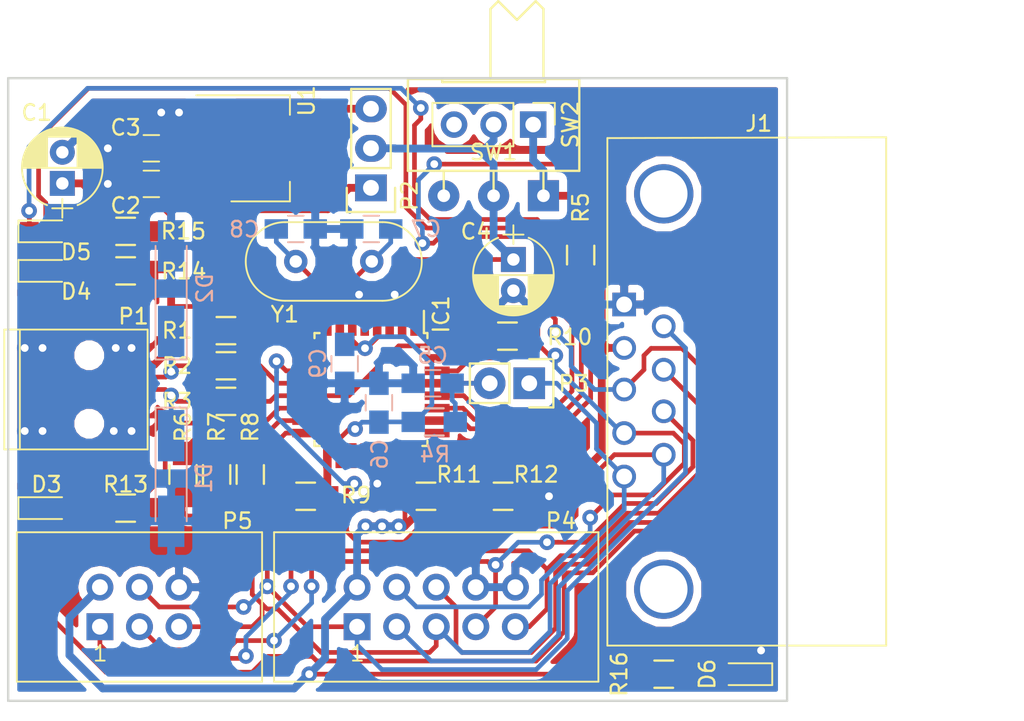
<source format=kicad_pcb>
(kicad_pcb (version 20160815) (host pcbnew "(2017-01-09 revision c2fb336)-makepkg")
  (layers (0 F.Cu signal) (31 B.Cu signal) (34 B.Paste user) (35 F.Paste user) (36 B.SilkS user) (37 F.SilkS user) (38 B.Mask user) (39 F.Mask user) (44 Edge.Cuts user))
  (net 0 "")
  (net 1 +5V)
  (net 2 GND)
  (net 3 +3V3)
  (net 4 /RESET)
  (net 5 VCC)
  (net 6 "Net-(C7-Pad1)")
  (net 7 "Net-(C8-Pad1)")
  (net 8 "Net-(D1-Pad1)")
  (net 9 "Net-(D2-Pad1)")
  (net 10 "Net-(D3-Pad2)")
  (net 11 /LED_BLUE)
  (net 12 /LED_RED)
  (net 13 "Net-(D4-Pad2)")
  (net 14 "Net-(D5-Pad2)")
  (net 15 /LED_GREEN)
  (net 16 "Net-(D6-Pad2)")
  (net 17 /USB_D_+)
  (net 18 "Net-(IC1-Pad31)")
  (net 19 /RXD_OUT)
  (net 20 /MEASSURE)
  (net 21 "Net-(IC1-Pad17)")
  (net 22 "Net-(IC1-Pad16)")
  (net 23 "Net-(IC1-Pad15)")
  (net 24 "Net-(IC1-Pad14)")
  (net 25 /USB_D_-)
  (net 26 /USIG1)
  (net 27 /SCK_OUT)
  (net 28 /MISO_OUT)
  (net 29 /MOSI_OUT)
  (net 30 /RESET_OUT)
  (net 31 /TXD_OUT)
  (net 32 /VCC_OUT)
  (net 33 "Net-(R5-Pad1)")
  (module Connectors:IDC_Header_Straight_6pins (layer F.Cu) (at 85.889 120.24)
    (fp_text reference P5 (at 8.8265 -6.7945) (layer F.SilkS))
    (fp_text value CONN_02X03)
    (fp_text user 1 (at 0.02 1.72) (layer F.SilkS) (effects (font (thickness 0.12))))
    (pad 6 thru_hole oval (at 5.08 -2.54) (size 1.7272 1.7272) (drill 1.016) (layers *.Cu *.Mask) (net 2 GND))
    (pad 5 thru_hole oval (at 5.08 0) (size 1.7272 1.7272) (drill 1.016) (layers *.Cu *.Mask) (net 30 /RESET_OUT))
    (pad 4 thru_hole oval (at 2.54 -2.54) (size 1.7272 1.7272) (drill 1.016) (layers *.Cu *.Mask) (net 29 /MOSI_OUT))
    (pad 3 thru_hole oval (at 2.54 0) (size 1.7272 1.7272) (drill 1.016) (layers *.Cu *.Mask) (net 27 /SCK_OUT))
    (pad 2 thru_hole oval (at 0 -2.54) (size 1.7272 1.7272) (drill 1.016) (layers *.Cu *.Mask) (net 32 /VCC_OUT))
    (pad 1 thru_hole rect (at 0 0) (size 1.7272 1.7272) (drill 1.016) (layers *.Cu *.Mask) (net 28 /MISO_OUT))
  )
  (module Crystals:Crystal_HC49-U_Vertical (layer F.Cu) (at 103.342 96.774 180)
    (fp_text reference Y1 (at 5.5785 -3.4 180) (layer F.SilkS))
    (fp_text value 12MHz)
    (pad 2 thru_hole circle (at 4.88 0 180) (size 1.5 1.5) (drill 0.8) (layers *.Cu *.Mask) (net 7 "Net-(C8-Pad1)"))
    (pad 1 thru_hole circle (at 0 0 180) (size 1.5 1.5) (drill 0.8) (layers *.Cu *.Mask) (net 6 "Net-(C7-Pad1)"))
  )
  (module Capacitors_THT:CP_Radial_D5.0mm_P2.00mm (layer F.Cu) (at 83.476 91.76 90)
    (fp_text reference C1 (at 4.54 -1.651 180) (layer F.SilkS))
    (fp_text value 47u)
    (pad 1 thru_hole rect (at 0 0 90) (size 1.6 1.6) (drill 0.8) (layers *.Cu *.Mask) (net 1 +5V))
    (pad 2 thru_hole circle (at 2 0 90) (size 1.6 1.6) (drill 0.8) (layers *.Cu *.Mask) (net 2 GND))
  )
  (module Capacitors_SMD:C_0805_HandSoldering (layer F.Cu) (at 89.191 91.792 180)
    (fp_text reference C2 (at 1.651 -1.397 180) (layer F.SilkS))
    (fp_text value 100n)
    (pad 1 smd rect (at -1.25 0 180) (size 1.5 1.25) (layers F.Cu F.Paste F.Mask) (net 1 +5V))
    (pad 2 smd rect (at 1.25 0 180) (size 1.5 1.25) (layers F.Cu F.Paste F.Mask) (net 2 GND))
  )
  (module Capacitors_SMD:C_0805_HandSoldering (layer F.Cu) (at 89.191 89.506 180)
    (fp_text reference C3 (at 1.651 1.3335 180) (layer F.SilkS))
    (fp_text value 100n)
    (pad 2 smd rect (at 1.25 0 180) (size 1.5 1.25) (layers F.Cu F.Paste F.Mask) (net 2 GND))
    (pad 1 smd rect (at -1.25 0 180) (size 1.5 1.25) (layers F.Cu F.Paste F.Mask) (net 3 +3V3))
  )
  (module Capacitors_THT:CP_Radial_D5.0mm_P2.00mm (layer F.Cu) (at 112.432 96.65 270)
    (fp_text reference C4 (at -1.7973 2.413) (layer F.SilkS))
    (fp_text value 47u)
    (pad 1 thru_hole rect (at 0 0 270) (size 1.6 1.6) (drill 0.8) (layers *.Cu *.Mask) (net 5 VCC))
    (pad 2 thru_hole circle (at 2 0 270) (size 1.6 1.6) (drill 0.8) (layers *.Cu *.Mask) (net 2 GND))
  )
  (module Capacitors_SMD:C_0805_HandSoldering (layer B.Cu) (at 107.25 104.6 180)
    (fp_text reference C5 (at -0.0004 1.7844 180) (layer B.SilkS) (effects (justify mirror)))
    (fp_text value 100n)
    (pad 1 smd rect (at -1.25 0 180) (size 1.5 1.25) (layers B.Cu B.Paste B.Mask) (net 4 /RESET))
    (pad 2 smd rect (at 1.25 0 180) (size 1.5 1.25) (layers B.Cu B.Paste B.Mask) (net 2 GND))
  )
  (module Capacitors_SMD:C_0805_HandSoldering (layer B.Cu) (at 103.8 105.85 90)
    (fp_text reference C6 (at -3.3156 0.0468 90) (layer B.SilkS) (effects (justify mirror)))
    (fp_text value 100n)
    (pad 1 smd rect (at -1.25 0 90) (size 1.5 1.25) (layers B.Cu B.Paste B.Mask) (net 5 VCC))
    (pad 2 smd rect (at 1.25 0 90) (size 1.5 1.25) (layers B.Cu B.Paste B.Mask) (net 2 GND))
  )
  (module Capacitors_SMD:C_0805_HandSoldering (layer B.Cu) (at 103.308 94.6876 180)
    (fp_text reference C7 (at -3.5106 0 180) (layer B.SilkS) (effects (justify mirror)))
    (fp_text value 22p)
    (pad 1 smd rect (at -1.25 0 180) (size 1.5 1.25) (layers B.Cu B.Paste B.Mask) (net 6 "Net-(C7-Pad1)"))
    (pad 2 smd rect (at 1.25 0 180) (size 1.5 1.25) (layers B.Cu B.Paste B.Mask) (net 2 GND))
  )
  (module Capacitors_SMD:C_0805_HandSoldering (layer B.Cu) (at 98.462 94.6876)
    (fp_text reference C8 (at -3.302 0.0254) (layer B.SilkS) (effects (justify mirror)))
    (fp_text value 22p)
    (pad 2 smd rect (at 1.25 0) (size 1.5 1.25) (layers B.Cu B.Paste B.Mask) (net 2 GND))
    (pad 1 smd rect (at -1.25 0) (size 1.5 1.25) (layers B.Cu B.Paste B.Mask) (net 7 "Net-(C8-Pad1)"))
  )
  (module Diodes_SMD:D_MiniMELF_Handsoldering (layer B.Cu) (at 90.461 110.715 270)
    (fp_text reference D1 (at -0.0254 -2.1082 270) (layer B.SilkS) (effects (justify mirror)))
    (fp_text value 3V3)
    (pad 2 smd rect (at 2.75 0 270) (size 3.3 1.7) (layers B.Cu B.Paste B.Mask) (net 2 GND))
    (pad 1 smd rect (at -2.75 0 270) (size 3.3 1.7) (layers B.Cu B.Paste B.Mask) (net 8 "Net-(D1-Pad1)"))
  )
  (module Diodes_SMD:D_MiniMELF_Handsoldering (layer B.Cu) (at 90.461 98.523 90)
    (fp_text reference D2 (at 0.0254 2.159 90) (layer B.SilkS) (effects (justify mirror)))
    (fp_text value 3V3)
    (pad 1 smd rect (at -2.75 0 90) (size 3.3 1.7) (layers B.Cu B.Paste B.Mask) (net 9 "Net-(D2-Pad1)"))
    (pad 2 smd rect (at 2.75 0 90) (size 3.3 1.7) (layers B.Cu B.Paste B.Mask) (net 2 GND))
  )
  (module LEDs:LED_0805 (layer F.Cu) (at 82.46 112.62)
    (fp_text reference D3 (at 0 -1.524) (layer F.SilkS))
    (fp_text value BLUE)
    (pad 2 smd rect (at 1.1 0 180) (size 1.2 1.2) (layers F.Cu F.Paste F.Mask) (net 10 "Net-(D3-Pad2)"))
    (pad 1 smd rect (at -1.1 0 180) (size 1.2 1.2) (layers F.Cu F.Paste F.Mask) (net 11 /LED_BLUE))
  )
  (module LEDs:LED_0805 (layer F.Cu) (at 82.46 97.38)
    (fp_text reference D4 (at 1.905 1.3335) (layer F.SilkS))
    (fp_text value RED)
    (pad 1 smd rect (at -1.1 0 180) (size 1.2 1.2) (layers F.Cu F.Paste F.Mask) (net 12 /LED_RED))
    (pad 2 smd rect (at 1.1 0 180) (size 1.2 1.2) (layers F.Cu F.Paste F.Mask) (net 13 "Net-(D4-Pad2)"))
  )
  (module LEDs:LED_0805 (layer F.Cu) (at 82.46 94.84)
    (fp_text reference D5 (at 1.905 1.3335) (layer F.SilkS))
    (fp_text value GREEN)
    (pad 2 smd rect (at 1.1 0 180) (size 1.2 1.2) (layers F.Cu F.Paste F.Mask) (net 14 "Net-(D5-Pad2)"))
    (pad 1 smd rect (at -1.1 0 180) (size 1.2 1.2) (layers F.Cu F.Paste F.Mask) (net 15 /LED_GREEN))
  )
  (module LEDs:LED_0805 (layer F.Cu) (at 127.248 123.288 180)
    (fp_text reference D6 (at 2.37 0 270) (layer F.SilkS))
    (fp_text value BLUE)
    (pad 1 smd rect (at -1.1 0) (size 1.2 1.2) (layers F.Cu F.Paste F.Mask) (net 2 GND))
    (pad 2 smd rect (at 1.1 0) (size 1.2 1.2) (layers F.Cu F.Paste F.Mask) (net 16 "Net-(D6-Pad2)"))
  )
  (module Housings_QFP:TQFP-32_7x7mm_Pitch0.8mm (layer F.Cu) (at 103.288 105 270)
    (fp_text reference IC1 (at -4.826 -4.5085 270) (layer F.SilkS))
    (fp_text value ATMEGA8-16AU)
    (pad 32 smd rect (at -2.8 -4.25) (size 1.6 0.55) (layers F.Cu F.Paste F.Mask) (net 17 /USB_D_+))
    (pad 31 smd rect (at -2 -4.25) (size 1.6 0.55) (layers F.Cu F.Paste F.Mask) (net 18 "Net-(IC1-Pad31)"))
    (pad 30 smd rect (at -1.2 -4.25) (size 1.6 0.55) (layers F.Cu F.Paste F.Mask) (net 19 /RXD_OUT))
    (pad 29 smd rect (at -0.4 -4.25) (size 1.6 0.55) (layers F.Cu F.Paste F.Mask) (net 4 /RESET))
    (pad 28 smd rect (at 0.4 -4.25) (size 1.6 0.55) (layers F.Cu F.Paste F.Mask) (net 11 /LED_BLUE))
    (pad 27 smd rect (at 1.2 -4.25) (size 1.6 0.55) (layers F.Cu F.Paste F.Mask) (net 12 /LED_RED))
    (pad 26 smd rect (at 2 -4.25) (size 1.6 0.55) (layers F.Cu F.Paste F.Mask) (net 15 /LED_GREEN))
    (pad 25 smd rect (at 2.8 -4.25) (size 1.6 0.55) (layers F.Cu F.Paste F.Mask))
    (pad 24 smd rect (at 4.25 -2.8 270) (size 1.6 0.55) (layers F.Cu F.Paste F.Mask) (net 20 /MEASSURE))
    (pad 23 smd rect (at 4.25 -2 270) (size 1.6 0.55) (layers F.Cu F.Paste F.Mask))
    (pad 22 smd rect (at 4.25 -1.2 270) (size 1.6 0.55) (layers F.Cu F.Paste F.Mask))
    (pad 21 smd rect (at 4.25 -0.4 270) (size 1.6 0.55) (layers F.Cu F.Paste F.Mask) (net 2 GND))
    (pad 20 smd rect (at 4.25 0.4 270) (size 1.6 0.55) (layers F.Cu F.Paste F.Mask))
    (pad 19 smd rect (at 4.25 1.2 270) (size 1.6 0.55) (layers F.Cu F.Paste F.Mask))
    (pad 18 smd rect (at 4.25 2 270) (size 1.6 0.55) (layers F.Cu F.Paste F.Mask) (net 5 VCC))
    (pad 17 smd rect (at 4.25 2.8 270) (size 1.6 0.55) (layers F.Cu F.Paste F.Mask) (net 21 "Net-(IC1-Pad17)"))
    (pad 16 smd rect (at 2.8 4.25) (size 1.6 0.55) (layers F.Cu F.Paste F.Mask) (net 22 "Net-(IC1-Pad16)"))
    (pad 15 smd rect (at 2 4.25) (size 1.6 0.55) (layers F.Cu F.Paste F.Mask) (net 23 "Net-(IC1-Pad15)"))
    (pad 14 smd rect (at 1.2 4.25) (size 1.6 0.55) (layers F.Cu F.Paste F.Mask) (net 24 "Net-(IC1-Pad14)"))
    (pad 13 smd rect (at 0.4 4.25) (size 1.6 0.55) (layers F.Cu F.Paste F.Mask) (net 17 /USB_D_+))
    (pad 12 smd rect (at -0.4 4.25) (size 1.6 0.55) (layers F.Cu F.Paste F.Mask) (net 25 /USB_D_-))
    (pad 11 smd rect (at -1.2 4.25) (size 1.6 0.55) (layers F.Cu F.Paste F.Mask) (net 26 /USIG1))
    (pad 10 smd rect (at -2 4.25) (size 1.6 0.55) (layers F.Cu F.Paste F.Mask))
    (pad 9 smd rect (at -2.8 4.25) (size 1.6 0.55) (layers F.Cu F.Paste F.Mask))
    (pad 8 smd rect (at -4.25 2.8 270) (size 1.6 0.55) (layers F.Cu F.Paste F.Mask) (net 7 "Net-(C8-Pad1)"))
    (pad 7 smd rect (at -4.25 2 270) (size 1.6 0.55) (layers F.Cu F.Paste F.Mask) (net 6 "Net-(C7-Pad1)"))
    (pad 6 smd rect (at -4.25 1.2 270) (size 1.6 0.55) (layers F.Cu F.Paste F.Mask) (net 5 VCC))
    (pad 5 smd rect (at -4.25 0.4 270) (size 1.6 0.55) (layers F.Cu F.Paste F.Mask) (net 2 GND))
    (pad 4 smd rect (at -4.25 -0.4 270) (size 1.6 0.55) (layers F.Cu F.Paste F.Mask) (net 5 VCC))
    (pad 3 smd rect (at -4.25 -1.2 270) (size 1.6 0.55) (layers F.Cu F.Paste F.Mask) (net 2 GND))
    (pad 2 smd rect (at -4.25 -2 270) (size 1.6 0.55) (layers F.Cu F.Paste F.Mask))
    (pad 1 smd rect (at -4.25 -2.8 270) (size 1.6 0.55) (layers F.Cu F.Paste F.Mask))
  )
  (module Connectors:DB9FC (layer F.Cu) (at 119.544 99.54 270)
    (fp_text reference J1 (at -11.6215 -8.636 180) (layer F.SilkS))
    (fp_text value DB9)
    (pad "" thru_hole circle (at 18.29 -2.54 270) (size 3.81 3.81) (drill 3.05) (layers *.Cu *.Mask))
    (pad "" thru_hole circle (at -7.11 -2.54 270) (size 3.81 3.81) (drill 3.05) (layers *.Cu *.Mask))
    (pad 1 thru_hole rect (at 0 0 270) (size 1.52 1.52) (drill 1.02) (layers *.Cu *.Mask) (net 2 GND))
    (pad 2 thru_hole circle (at 2.79 0 270) (size 1.52 1.52) (drill 1.02) (layers *.Cu *.Mask) (net 32 /VCC_OUT))
    (pad 3 thru_hole circle (at 5.46 0 270) (size 1.52 1.52) (drill 1.02) (layers *.Cu *.Mask) (net 19 /RXD_OUT))
    (pad 4 thru_hole circle (at 8.26 0 270) (size 1.52 1.52) (drill 1.02) (layers *.Cu *.Mask) (net 31 /TXD_OUT))
    (pad 5 thru_hole circle (at 11.05 0 270) (size 1.52 1.52) (drill 1.02) (layers *.Cu *.Mask) (net 30 /RESET_OUT))
    (pad 6 thru_hole circle (at 1.4 -2.54 270) (size 1.52 1.52) (drill 1.02) (layers *.Cu *.Mask) (net 29 /MOSI_OUT))
    (pad 7 thru_hole circle (at 4.19 -2.54 270) (size 1.52 1.52) (drill 1.02) (layers *.Cu *.Mask) (net 28 /MISO_OUT))
    (pad 8 thru_hole circle (at 6.86 -2.54 270) (size 1.52 1.52) (drill 1.02) (layers *.Cu *.Mask) (net 27 /SCK_OUT))
    (pad 9 thru_hole circle (at 9.65 -2.54 270) (size 1.52 1.52) (drill 1.02) (layers *.Cu *.Mask) (net 26 /USIG1))
  )
  (module Connectors:USB_Mini-B (layer F.Cu) (at 85 105)
    (fp_text reference P1 (at 3.048 -4.699) (layer F.SilkS))
    (fp_text value USB_OTG)
    (pad "" np_thru_hole circle (at 0.2 2.2) (size 0.9 0.9) (drill 0.9) (layers *.Cu *.Mask))
    (pad "" np_thru_hole circle (at 0.2 -2.2) (size 0.9 0.9) (drill 0.9) (layers *.Cu *.Mask))
    (pad 6 smd rect (at -2.8 4.45) (size 2.5 2) (layers F.Cu F.Paste F.Mask) (net 2 GND))
    (pad 6 smd rect (at 2.7 4.45) (size 2.5 2) (layers F.Cu F.Paste F.Mask) (net 2 GND))
    (pad 6 smd rect (at -2.8 -4.45) (size 2.5 2) (layers F.Cu F.Paste F.Mask) (net 2 GND))
    (pad 6 smd rect (at 2.7 -4.45) (size 2.5 2) (layers F.Cu F.Paste F.Mask) (net 2 GND))
    (pad 5 smd rect (at 2.8 1.6) (size 2.3 0.5) (layers F.Cu F.Paste F.Mask) (net 2 GND))
    (pad 4 smd rect (at 2.8 0.8) (size 2.3 0.5) (layers F.Cu F.Paste F.Mask))
    (pad 3 smd rect (at 2.8 0) (size 2.3 0.5) (layers F.Cu F.Paste F.Mask) (net 8 "Net-(D1-Pad1)"))
    (pad 2 smd rect (at 2.8 -0.8) (size 2.3 0.5) (layers F.Cu F.Paste F.Mask) (net 9 "Net-(D2-Pad1)"))
    (pad 1 smd rect (at 2.8 -1.6) (size 2.3 0.5) (layers F.Cu F.Paste F.Mask) (net 1 +5V))
  )
  (module Socket_Strips:Socket_Strip_Straight_1x03 (layer F.Cu) (at 103.288 92.046 90)
    (fp_text reference P2 (at -0.508 2.4765 90) (layer F.SilkS))
    (fp_text value CONN_01X03)
    (pad 3 thru_hole oval (at 5.08 0 90) (size 1.7272 2.032) (drill 1.016) (layers *.Cu *.Mask) (net 3 +3V3))
    (pad 2 thru_hole oval (at 2.54 0 90) (size 1.7272 2.032) (drill 1.016) (layers *.Cu *.Mask) (net 5 VCC))
    (pad 1 thru_hole rect (at 0 0 90) (size 1.7272 2.032) (drill 1.016) (layers *.Cu *.Mask) (net 1 +5V))
  )
  (module Socket_Strips:Socket_Strip_Straight_1x02 (layer F.Cu) (at 113.448 104.6 180)
    (fp_text reference P3 (at -2.8575 -0.019 180) (layer F.SilkS))
    (fp_text value CONN_01X02)
    (pad 2 thru_hole oval (at 2.54 0 180) (size 2.032 2.032) (drill 1.016) (layers *.Cu *.Mask) (net 4 /RESET))
    (pad 1 thru_hole rect (at 0 0 180) (size 2.032 2.032) (drill 1.016) (layers *.Cu *.Mask) (net 30 /RESET_OUT))
  )
  (module Connectors:IDC_Header_Straight_10pins (layer F.Cu) (at 102.399 120.24)
    (fp_text reference P4 (at 13.081 -6.7945) (layer F.SilkS))
    (fp_text value CONN_02X05)
    (fp_text user 1 (at 0.02 1.72) (layer F.SilkS) (effects (font (thickness 0.12))))
    (pad 1 thru_hole rect (at 0 0) (size 1.7272 1.7272) (drill 1.016) (layers *.Cu *.Mask) (net 29 /MOSI_OUT))
    (pad 2 thru_hole oval (at 0 -2.54) (size 1.7272 1.7272) (drill 1.016) (layers *.Cu *.Mask) (net 32 /VCC_OUT))
    (pad 3 thru_hole oval (at 2.54 0) (size 1.7272 1.7272) (drill 1.016) (layers *.Cu *.Mask) (net 26 /USIG1))
    (pad 4 thru_hole oval (at 2.54 -2.54) (size 1.7272 1.7272) (drill 1.016) (layers *.Cu *.Mask) (net 31 /TXD_OUT))
    (pad 5 thru_hole oval (at 5.08 0) (size 1.7272 1.7272) (drill 1.016) (layers *.Cu *.Mask) (net 30 /RESET_OUT))
    (pad 6 thru_hole oval (at 5.08 -2.54) (size 1.7272 1.7272) (drill 1.016) (layers *.Cu *.Mask) (net 19 /RXD_OUT))
    (pad 7 thru_hole oval (at 7.62 0) (size 1.7272 1.7272) (drill 1.016) (layers *.Cu *.Mask) (net 27 /SCK_OUT))
    (pad 8 thru_hole oval (at 7.62 -2.54) (size 1.7272 1.7272) (drill 1.016) (layers *.Cu *.Mask) (net 2 GND))
    (pad 9 thru_hole oval (at 10.16 0) (size 1.7272 1.7272) (drill 1.016) (layers *.Cu *.Mask) (net 28 /MISO_OUT))
    (pad 10 thru_hole oval (at 10.16 -2.54) (size 1.7272 1.7272) (drill 1.016) (layers *.Cu *.Mask) (net 2 GND))
  )
  (module Resistors_SMD:R_0805_HandSoldering (layer F.Cu) (at 93.98 101.219)
    (fp_text reference R1 (at -3.138 -0.0036) (layer F.SilkS))
    (fp_text value 2k2)
    (pad 2 smd rect (at 1.35 0) (size 1.5 1.3) (layers F.Cu F.Paste F.Mask) (net 1 +5V))
    (pad 1 smd rect (at -1.35 0) (size 1.5 1.3) (layers F.Cu F.Paste F.Mask) (net 9 "Net-(D2-Pad1)"))
  )
  (module Resistors_SMD:R_0805_HandSoldering (layer F.Cu) (at 93.98 103.476 180)
    (fp_text reference R2 (at 3.138 0 180) (layer F.SilkS))
    (fp_text value 39)
    (pad 1 smd rect (at -1.35 0 180) (size 1.5 1.3) (layers F.Cu F.Paste F.Mask) (net 25 /USB_D_-))
    (pad 2 smd rect (at 1.35 0 180) (size 1.5 1.3) (layers F.Cu F.Paste F.Mask) (net 9 "Net-(D2-Pad1)"))
  )
  (module Resistors_SMD:R_0805_HandSoldering (layer F.Cu) (at 93.98 105.762 180)
    (fp_text reference R3 (at 3.138 0 180) (layer F.SilkS))
    (fp_text value 39)
    (pad 2 smd rect (at 1.35 0 180) (size 1.5 1.3) (layers F.Cu F.Paste F.Mask) (net 8 "Net-(D1-Pad1)"))
    (pad 1 smd rect (at -1.35 0 180) (size 1.5 1.3) (layers F.Cu F.Paste F.Mask) (net 17 /USB_D_+))
  )
  (module Resistors_SMD:R_0805_HandSoldering (layer B.Cu) (at 107.352 107.0828 180)
    (fp_text reference R4 (at -0.0508 -2.0828 180) (layer B.SilkS) (effects (justify mirror)))
    (fp_text value 10k)
    (pad 2 smd rect (at 1.35 0 180) (size 1.5 1.3) (layers B.Cu B.Paste B.Mask) (net 5 VCC))
    (pad 1 smd rect (at -1.35 0 180) (size 1.5 1.3) (layers B.Cu B.Paste B.Mask) (net 4 /RESET))
  )
  (module Resistors_SMD:R_0805_HandSoldering (layer F.Cu) (at 116.75 96.364 270)
    (fp_text reference R5 (at -3.048 0 90) (layer F.SilkS))
    (fp_text value 10)
    (pad 2 smd rect (at 1.35 0 270) (size 1.5 1.3) (layers F.Cu F.Paste F.Mask) (net 32 /VCC_OUT))
    (pad 1 smd rect (at -1.35 0 270) (size 1.5 1.3) (layers F.Cu F.Paste F.Mask) (net 33 "Net-(R5-Pad1)"))
  )
  (module Resistors_SMD:R_0805_HandSoldering (layer F.Cu) (at 91.223 110.461 270)
    (fp_text reference R6 (at -3.048 0 270) (layer F.SilkS))
    (fp_text value 100)
    (pad 1 smd rect (at -1.35 0 270) (size 1.5 1.3) (layers F.Cu F.Paste F.Mask) (net 24 "Net-(IC1-Pad14)"))
    (pad 2 smd rect (at 1.35 0 270) (size 1.5 1.3) (layers F.Cu F.Paste F.Mask) (net 30 /RESET_OUT))
  )
  (module Resistors_SMD:R_0805_HandSoldering (layer F.Cu) (at 93.382 110.461 270)
    (fp_text reference R7 (at -3.048 0 270) (layer F.SilkS))
    (fp_text value 100)
    (pad 1 smd rect (at -1.35 0 270) (size 1.5 1.3) (layers F.Cu F.Paste F.Mask) (net 23 "Net-(IC1-Pad15)"))
    (pad 2 smd rect (at 1.35 0 270) (size 1.5 1.3) (layers F.Cu F.Paste F.Mask) (net 29 /MOSI_OUT))
  )
  (module Resistors_SMD:R_0805_HandSoldering (layer F.Cu) (at 95.541 110.461 270)
    (fp_text reference R8 (at -3.048 0 270) (layer F.SilkS))
    (fp_text value 100)
    (pad 2 smd rect (at 1.35 0 270) (size 1.5 1.3) (layers F.Cu F.Paste F.Mask) (net 28 /MISO_OUT))
    (pad 1 smd rect (at -1.35 0 270) (size 1.5 1.3) (layers F.Cu F.Paste F.Mask) (net 22 "Net-(IC1-Pad16)"))
  )
  (module Resistors_SMD:R_0805_HandSoldering (layer F.Cu) (at 99.097 111.858 180)
    (fp_text reference R9 (at -3.2385 0.0635 180) (layer F.SilkS))
    (fp_text value 100)
    (pad 1 smd rect (at -1.35 0 180) (size 1.5 1.3) (layers F.Cu F.Paste F.Mask) (net 21 "Net-(IC1-Pad17)"))
    (pad 2 smd rect (at 1.35 0 180) (size 1.5 1.3) (layers F.Cu F.Paste F.Mask) (net 27 /SCK_OUT))
  )
  (module Resistors_SMD:R_0805_HandSoldering (layer F.Cu) (at 112.051 101.571 180)
    (fp_text reference R10 (at -4.0005 -0.0635 180) (layer F.SilkS))
    (fp_text value 1k)
    (pad 1 smd rect (at -1.35 0 180) (size 1.5 1.3) (layers F.Cu F.Paste F.Mask) (net 31 /TXD_OUT))
    (pad 2 smd rect (at 1.35 0 180) (size 1.5 1.3) (layers F.Cu F.Paste F.Mask) (net 18 "Net-(IC1-Pad31)"))
  )
  (module Resistors_SMD:R_0805_HandSoldering (layer F.Cu) (at 106.8186 111.858 180)
    (fp_text reference R11 (at -2.1209 1.397 180) (layer F.SilkS))
    (fp_text value 22k)
    (pad 1 smd rect (at -1.35 0 180) (size 1.5 1.3) (layers F.Cu F.Paste F.Mask) (net 20 /MEASSURE))
    (pad 2 smd rect (at 1.35 0 180) (size 1.5 1.3) (layers F.Cu F.Paste F.Mask) (net 32 /VCC_OUT))
  )
  (module Resistors_SMD:R_0805_HandSoldering (layer F.Cu) (at 111.7716 111.858 180)
    (fp_text reference R12 (at -2.1209 1.397 180) (layer F.SilkS))
    (fp_text value 10k)
    (pad 2 smd rect (at 1.35 0 180) (size 1.5 1.3) (layers F.Cu F.Paste F.Mask) (net 20 /MEASSURE))
    (pad 1 smd rect (at -1.35 0 180) (size 1.5 1.3) (layers F.Cu F.Paste F.Mask) (net 2 GND))
  )
  (module Resistors_SMD:R_0805_HandSoldering (layer F.Cu) (at 87.54 112.62)
    (fp_text reference R13 (at 0 -1.524) (layer F.SilkS))
    (fp_text value 1k)
    (pad 1 smd rect (at -1.35 0) (size 1.5 1.3) (layers F.Cu F.Paste F.Mask) (net 10 "Net-(D3-Pad2)"))
    (pad 2 smd rect (at 1.35 0) (size 1.5 1.3) (layers F.Cu F.Paste F.Mask) (net 1 +5V))
  )
  (module Resistors_SMD:R_0805_HandSoldering (layer F.Cu) (at 87.54 97.38)
    (fp_text reference R14 (at 3.7338 0.0254) (layer F.SilkS))
    (fp_text value 1k)
    (pad 2 smd rect (at 1.35 0) (size 1.5 1.3) (layers F.Cu F.Paste F.Mask) (net 1 +5V))
    (pad 1 smd rect (at -1.35 0) (size 1.5 1.3) (layers F.Cu F.Paste F.Mask) (net 13 "Net-(D4-Pad2)"))
  )
  (module Resistors_SMD:R_0805_HandSoldering (layer F.Cu) (at 87.54 94.84)
    (fp_text reference R15 (at 3.7084 0) (layer F.SilkS))
    (fp_text value 1k)
    (pad 1 smd rect (at -1.35 0) (size 1.5 1.3) (layers F.Cu F.Paste F.Mask) (net 14 "Net-(D5-Pad2)"))
    (pad 2 smd rect (at 1.35 0) (size 1.5 1.3) (layers F.Cu F.Paste F.Mask) (net 1 +5V))
  )
  (module Resistors_SMD:R_0805_HandSoldering (layer F.Cu) (at 122.084 123.288 180)
    (fp_text reference R16 (at 2.8575 0 270) (layer F.SilkS))
    (fp_text value 1k)
    (pad 2 smd rect (at 1.35 0 180) (size 1.5 1.3) (layers F.Cu F.Paste F.Mask) (net 32 /VCC_OUT))
    (pad 1 smd rect (at -1.35 0 180) (size 1.5 1.3) (layers F.Cu F.Paste F.Mask) (net 16 "Net-(D6-Pad2)"))
  )
  (module TO_SOT_Packages_SMD:SOT-223 (layer F.Cu) (at 96.176 89.506)
    (fp_text reference U1 (at 2.9845 -3.048 90) (layer F.SilkS))
    (fp_text value LM1117-3.3)
    (pad 4 smd rect (at 3.15 0) (size 2 3.8) (layers F.Cu F.Paste F.Mask) (net 3 +3V3))
    (pad 2 smd rect (at -3.15 0) (size 2 1.5) (layers F.Cu F.Paste F.Mask) (net 3 +3V3))
    (pad 3 smd rect (at -3.15 2.3) (size 2 1.5) (layers F.Cu F.Paste F.Mask) (net 1 +5V))
    (pad 1 smd rect (at -3.15 -2.3) (size 2 1.5) (layers F.Cu F.Paste F.Mask) (net 2 GND))
  )
  (module Capacitors_SMD:C_0805_HandSoldering (layer B.Cu) (at 101.6 103.35 270)
    (fp_text reference C9 (at -0.0264 1.7156 270) (layer B.SilkS) (effects (justify mirror)))
    (fp_text value 100n)
    (pad 2 smd rect (at 1.25 0 270) (size 1.5 1.25) (layers B.Cu B.Paste B.Mask) (net 2 GND))
    (pad 1 smd rect (at -1.25 0 270) (size 1.5 1.25) (layers B.Cu B.Paste B.Mask) (net 5 VCC))
  )
  (module Pin_Headers:Pin_Header_Straight_1x03_Pitch2.54mm (layer F.Cu) (at 113.702 87.982 270)
    (fp_text reference SW2 (at 0 -2.39 270) (layer F.SilkS))
    (fp_text value SW_SPDT)
    (pad 3 thru_hole oval (at 0 5.08 270) (size 1.7 1.7) (drill 1) (layers *.Cu *.Mask))
    (pad 2 thru_hole oval (at 0 2.54 270) (size 1.7 1.7) (drill 1) (layers *.Cu *.Mask) (net 5 VCC))
    (pad 1 thru_hole rect (at 0 0 270) (size 1.7 1.7) (drill 1) (layers *.Cu *.Mask) (net 33 "Net-(R5-Pad1)"))
  )
  (module proz_switch:SW_Micro_Slide_3.8 (layer F.Cu) (at 111.162 92.554 180)
    (fp_text reference SW1 (at 0 2.794 180) (layer F.SilkS))
    (fp_text value SW_SPDT)
    (pad 3 thru_hole circle (at 3.2 0 180) (size 2 2) (drill 0.8128) (layers *.Cu *.Mask))
    (pad 2 thru_hole circle (at 0 0 180) (size 2 2) (drill 0.8128) (layers *.Cu *.Mask) (net 5 VCC))
    (pad 1 thru_hole rect (at -3.2 0 180) (size 2 2) (drill 0.8128) (layers *.Cu *.Mask) (net 33 "Net-(R5-Pad1)"))
  )
  (gr_line (start 130 85) (end 80 85) (layer Edge.Cuts) (width 0.15))
  (gr_line (start 80 125) (end 130 125) (layer Edge.Cuts) (width 0.15))
  (gr_line (start 130 125) (end 130 85) (layer Edge.Cuts) (width 0.15))
  (gr_line (start 80 85) (end 80 125) (layer Edge.Cuts) (width 0.15))
  (segment (start 103.288 92.046) (end 101.891 92.046) (width 0.5) (layer F.Cu) (net 1))
  (segment (start 101.891 92.046) (end 100.5194 93.4176) (width 0.5) (layer F.Cu) (net 1))
  (segment (start 100.5194 93.4176) (end 93.4836 93.4176) (width 0.5) (layer F.Cu) (net 1))
  (segment (start 93.026 92.96) (end 93.026 91.806) (width 0.5) (layer F.Cu) (net 1))
  (segment (start 93.4836 93.4176) (end 93.026 92.96) (width 0.5) (layer F.Cu) (net 1))
  (segment (start 90.461 93.7478) (end 90.461 94.84) (width 0.5) (layer F.Cu) (net 1))
  (segment (start 89.94 94.84) (end 90.461 94.84) (width 0.3) (layer F.Cu) (net 1))
  (segment (start 90.461 94.84) (end 90.461 95.621) (width 0.5) (layer F.Cu) (net 1))
  (segment (start 88.89 94.84) (end 89.94 94.84) (width 0.3) (layer F.Cu) (net 1))
  (segment (start 90.441 91.792) (end 90.441 92.917) (width 0.5) (layer F.Cu) (net 1))
  (segment (start 90.441 92.917) (end 90.0928 93.2652) (width 0.5) (layer F.Cu) (net 1))
  (segment (start 90.0928 93.2652) (end 89.9784 93.2652) (width 0.5) (layer F.Cu) (net 1))
  (segment (start 89.9784 93.2652) (end 90.461 93.7478) (width 0.5) (layer F.Cu) (net 1))
  (segment (start 86.2812 93.2652) (end 89.9784 93.2652) (width 0.5) (layer F.Cu) (net 1))
  (segment (start 84.776 91.76) (end 86.2812 93.2652) (width 0.5) (layer F.Cu) (net 1))
  (segment (start 83.476 91.76) (end 84.776 91.76) (width 0.5) (layer F.Cu) (net 1))
  (segment (start 88.89 112.62) (end 88.89 111.67) (width 0.3) (layer F.Cu) (net 1))
  (segment (start 88.89 111.67) (end 90.08 110.48) (width 0.3) (layer F.Cu) (net 1))
  (segment (start 93.443002 107.159) (end 94.017 106.585002) (width 0.3) (layer F.Cu) (net 1))
  (segment (start 90.08 110.48) (end 90.08 108.043998) (width 0.3) (layer F.Cu) (net 1))
  (segment (start 90.08 108.043998) (end 90.964998 107.159) (width 0.3) (layer F.Cu) (net 1))
  (segment (start 90.964998 107.159) (end 93.443002 107.159) (width 0.3) (layer F.Cu) (net 1))
  (segment (start 94.017 106.585002) (end 94.017 102.432) (width 0.3) (layer F.Cu) (net 1))
  (segment (start 94.017 102.432) (end 95.23 101.219) (width 0.3) (layer F.Cu) (net 1))
  (segment (start 90.461 102.333) (end 90.461 99.666) (width 0.5) (layer F.Cu) (net 1))
  (segment (start 90.461 99.666) (end 90.461 97.38) (width 0.5) (layer F.Cu) (net 1))
  (segment (start 95.33 101.219) (end 95.23 101.219) (width 0.3) (layer F.Cu) (net 1))
  (segment (start 95.23 101.219) (end 93.677 99.666) (width 0.3) (layer F.Cu) (net 1))
  (segment (start 93.677 99.666) (end 90.461 99.666) (width 0.3) (layer F.Cu) (net 1))
  (segment (start 90.461 97.38) (end 90.461 96.11) (width 0.5) (layer F.Cu) (net 1))
  (segment (start 88.89 97.38) (end 89.94 97.38) (width 0.3) (layer F.Cu) (net 1))
  (segment (start 89.94 97.38) (end 90.461 97.38) (width 0.3) (layer F.Cu) (net 1))
  (segment (start 90.461 96.11) (end 90.461 95.621) (width 0.5) (layer F.Cu) (net 1))
  (segment (start 90.334 96.237) (end 90.461 96.11) (width 0.3) (layer F.Cu) (net 1))
  (segment (start 87.8 103.4) (end 89.394 103.4) (width 0.5) (layer F.Cu) (net 1))
  (segment (start 89.394 103.4) (end 90.461 102.333) (width 0.5) (layer F.Cu) (net 1))
  (segment (start 88.99 94.84) (end 88.89 94.84) (width 0.3) (layer F.Cu) (net 1))
  (segment (start 93.026 91.806) (end 90.455 91.806) (width 0.5) (layer F.Cu) (net 1))
  (segment (start 90.455 91.806) (end 90.441 91.792) (width 0.5) (layer F.Cu) (net 1))
  (segment (start 128.3324 121.764) (end 128.3324 123.2724) (width 0.3) (layer F.Cu) (net 2))
  (segment (start 128.3324 123.2724) (end 128.348 123.288) (width 0.3) (layer F.Cu) (net 2))
  (segment (start 104.488 99.227998) (end 104.811998 98.904) (width 0.3) (layer F.Cu) (net 2))
  (segment (start 104.488 100.75) (end 104.488 99.227998) (width 0.3) (layer F.Cu) (net 2))
  (via (at 104.811998 98.904) (size 1) (drill 0.5) (layers F.Cu B.Cu) (net 2))
  (segment (start 102.888 99.266) (end 102.526 98.904) (width 0.3) (layer F.Cu) (net 2))
  (via (at 102.526 98.904) (size 1) (drill 0.5) (layers F.Cu B.Cu) (net 2))
  (segment (start 102.888 100.75) (end 102.888 99.266) (width 0.3) (layer F.Cu) (net 2))
  (segment (start 103.688 109.25) (end 103.688 111.0388) (width 0.3) (layer F.Cu) (net 2))
  (via (at 103.6944 111.0452) (size 1) (drill 0.5) (layers F.Cu B.Cu) (net 2))
  (segment (start 103.688 111.0388) (end 103.6944 111.0452) (width 0.3) (layer F.Cu) (net 2))
  (segment (start 113.1216 111.858) (end 114.718 111.858) (width 0.3) (layer F.Cu) (net 2))
  (via (at 114.718 111.858) (size 1) (drill 0.5) (layers F.Cu B.Cu) (net 2))
  (via (at 128.3324 121.764) (size 1) (drill 0.5) (layers F.Cu B.Cu) (net 2))
  (segment (start 89.826 87.206) (end 89.116 87.206) (width 0.5) (layer F.Cu) (net 2))
  (segment (start 90.969 87.206) (end 89.826 87.206) (width 0.5) (layer F.Cu) (net 2))
  (via (at 89.826 87.206) (size 1) (drill 0.5) (layers F.Cu B.Cu) (net 2))
  (segment (start 93.026 87.206) (end 90.969 87.206) (width 0.5) (layer F.Cu) (net 2))
  (via (at 90.969 87.206) (size 1) (drill 0.5) (layers F.Cu B.Cu) (net 2))
  (segment (start 87.921 102.333) (end 86.905 102.333) (width 0.5) (layer F.Cu) (net 2))
  (via (at 86.905 102.333) (size 1) (drill 0.5) (layers F.Cu B.Cu) (net 2))
  (segment (start 87.92099 107.667) (end 86.778 107.667) (width 0.5) (layer F.Cu) (net 2))
  (via (at 86.778 107.667) (size 1) (drill 0.5) (layers F.Cu B.Cu) (net 2))
  (segment (start 101.6 104.6) (end 103.8 104.6) (width 0.3) (layer B.Cu) (net 2))
  (segment (start 106 104.6) (end 103.8 104.6) (width 0.3) (layer B.Cu) (net 2))
  (segment (start 87.941 91.792) (end 86.397 91.792) (width 0.5) (layer F.Cu) (net 2))
  (via (at 86.397 91.792) (size 1) (drill 0.5) (layers F.Cu B.Cu) (net 2))
  (segment (start 87.941 89.506) (end 86.397 89.506) (width 0.5) (layer F.Cu) (net 2))
  (via (at 86.397 89.506) (size 1) (drill 0.5) (layers F.Cu B.Cu) (net 2))
  (segment (start 87.941 89.506) (end 87.941 91.792) (width 0.5) (layer F.Cu) (net 2))
  (segment (start 89.116 87.206) (end 87.941 88.381) (width 0.5) (layer F.Cu) (net 2))
  (segment (start 87.941 88.381) (end 87.941 89.506) (width 0.5) (layer F.Cu) (net 2))
  (segment (start 87.92099 107.667) (end 87.92099 106.72099) (width 0.5) (layer F.Cu) (net 2))
  (segment (start 87.92099 106.72099) (end 87.8 106.6) (width 0.5) (layer F.Cu) (net 2))
  (segment (start 87.92099 107.667) (end 87.92099 109.22901) (width 0.5) (layer F.Cu) (net 2))
  (segment (start 87.92099 109.22901) (end 87.7 109.45) (width 0.5) (layer F.Cu) (net 2))
  (via (at 87.92099 107.667) (size 1) (drill 0.5) (layers F.Cu B.Cu) (net 2))
  (segment (start 87.921 102.333) (end 87.921 100.771) (width 0.5) (layer F.Cu) (net 2))
  (segment (start 87.921 100.771) (end 87.7 100.55) (width 0.5) (layer F.Cu) (net 2))
  (via (at 87.921 102.333) (size 1) (drill 0.5) (layers F.Cu B.Cu) (net 2))
  (segment (start 81.063 107.667) (end 82.206 107.667) (width 0.5) (layer F.Cu) (net 2))
  (segment (start 82.206 102.333) (end 81.063 102.333) (width 0.5) (layer F.Cu) (net 2))
  (via (at 81.063 102.333) (size 1) (drill 0.5) (layers F.Cu B.Cu) (net 2))
  (segment (start 82.2 100.55) (end 82.2 102.327) (width 0.5) (layer F.Cu) (net 2))
  (segment (start 82.2 102.327) (end 82.206 102.333) (width 0.5) (layer F.Cu) (net 2))
  (via (at 82.206 102.333) (size 1) (drill 0.5) (layers F.Cu B.Cu) (net 2))
  (via (at 81.063 107.667) (size 1) (drill 0.5) (layers F.Cu B.Cu) (net 2))
  (segment (start 82.2 109.45) (end 82.2 107.673) (width 0.5) (layer F.Cu) (net 2))
  (segment (start 82.2 107.673) (end 82.206 107.667) (width 0.5) (layer F.Cu) (net 2))
  (via (at 82.206 107.667) (size 1) (drill 0.5) (layers F.Cu B.Cu) (net 2))
  (segment (start 95.1092 89.506) (end 99.326 89.506) (width 1) (layer F.Cu) (net 3))
  (segment (start 93.026 89.506) (end 95.1092 89.506) (width 1) (layer F.Cu) (net 3))
  (segment (start 93.026 89.506) (end 90.441 89.506) (width 0.5) (layer F.Cu) (net 3))
  (segment (start 103.288 86.966) (end 100.966 86.966) (width 0.5) (layer F.Cu) (net 3))
  (segment (start 100.966 86.966) (end 99.326 88.606) (width 0.5) (layer F.Cu) (net 3))
  (segment (start 99.326 88.606) (end 99.326 89.506) (width 0.5) (layer F.Cu) (net 3))
  (segment (start 108.702 105.8928) (end 108.5 105.6908) (width 0.3) (layer B.Cu) (net 4))
  (segment (start 108.5 105.6908) (end 108.5 104.6) (width 0.3) (layer B.Cu) (net 4))
  (segment (start 108.702 107.0828) (end 108.702 105.8928) (width 0.3) (layer B.Cu) (net 4))
  (segment (start 110.908 104.6) (end 108.5 104.6) (width 0.3) (layer B.Cu) (net 4))
  (segment (start 110.908 104.6) (end 107.538 104.6) (width 0.3) (layer F.Cu) (net 4))
  (segment (start 111.162 92.554) (end 111.162 95.38) (width 0.5) (layer B.Cu) (net 5))
  (segment (start 111.162 95.38) (end 112.432 96.65) (width 0.5) (layer B.Cu) (net 5))
  (segment (start 110.161999 89.521999) (end 110.638001 89.521999) (width 0.5) (layer B.Cu) (net 5))
  (segment (start 110.638001 89.521999) (end 111.162 88.998) (width 0.5) (layer B.Cu) (net 5))
  (segment (start 111.162 88.998) (end 111.162 87.982) (width 0.5) (layer B.Cu) (net 5))
  (segment (start 110.161999 89.521999) (end 111.162 90.522) (width 0.5) (layer B.Cu) (net 5))
  (segment (start 111.162 90.522) (end 111.162 92.554) (width 0.5) (layer B.Cu) (net 5))
  (segment (start 103.288 89.506) (end 104.804 89.506) (width 0.5) (layer B.Cu) (net 5))
  (segment (start 104.804 89.506) (end 104.819999 89.521999) (width 0.5) (layer B.Cu) (net 5))
  (segment (start 104.819999 89.521999) (end 110.161999 89.521999) (width 0.5) (layer B.Cu) (net 5))
  (segment (start 103.688 100.75) (end 103.688 98.504) (width 0.3) (layer F.Cu) (net 5))
  (segment (start 103.688 98.504) (end 105.542 96.65) (width 0.3) (layer F.Cu) (net 5))
  (segment (start 105.542 96.65) (end 111.332 96.65) (width 0.3) (layer F.Cu) (net 5))
  (segment (start 111.332 96.65) (end 112.432 96.65) (width 0.3) (layer F.Cu) (net 5))
  (segment (start 103.8 107.1) (end 102.712 107.1) (width 0.3) (layer B.Cu) (net 5))
  (segment (start 101.898 107.54) (end 102.272 107.54) (width 0.3) (layer F.Cu) (net 5))
  (segment (start 102.712 107.1) (end 102.272 107.54) (width 0.3) (layer B.Cu) (net 5))
  (segment (start 101.288 108.15) (end 101.898 107.54) (width 0.3) (layer F.Cu) (net 5))
  (segment (start 101.288 109.25) (end 101.288 108.15) (width 0.3) (layer F.Cu) (net 5))
  (via (at 102.272 107.54) (size 1) (drill 0.5) (layers F.Cu B.Cu) (net 5))
  (segment (start 105.436799 101.611599) (end 107.200001 103.374801) (width 0.3) (layer B.Cu) (net 5))
  (segment (start 107.200001 103.374801) (end 107.200001 105.984799) (width 0.3) (layer B.Cu) (net 5))
  (segment (start 107.200001 105.984799) (end 106.102 107.0828) (width 0.3) (layer B.Cu) (net 5))
  (segment (start 106.102 107.0828) (end 106.002 107.0828) (width 0.3) (layer B.Cu) (net 5))
  (segment (start 102.907 102.350002) (end 103.645403 101.611599) (width 0.3) (layer B.Cu) (net 5))
  (segment (start 103.645403 101.611599) (end 105.436799 101.611599) (width 0.3) (layer B.Cu) (net 5))
  (segment (start 102.907 102.350002) (end 101.850002 102.350002) (width 0.3) (layer B.Cu) (net 5))
  (segment (start 101.850002 102.350002) (end 101.6 102.1) (width 0.3) (layer B.Cu) (net 5))
  (segment (start 103.688 101.669996) (end 103.688 100.75) (width 0.3) (layer F.Cu) (net 5))
  (segment (start 102.907 102.350002) (end 103.007994 102.350002) (width 0.3) (layer F.Cu) (net 5))
  (segment (start 103.007994 102.350002) (end 103.688 101.669996) (width 0.3) (layer F.Cu) (net 5))
  (segment (start 106.002 107.0828) (end 103.8172 107.0828) (width 0.3) (layer B.Cu) (net 5))
  (segment (start 103.8172 107.0828) (end 103.8 107.1) (width 0.3) (layer B.Cu) (net 5))
  (segment (start 102.585998 102.333) (end 102.889998 102.333) (width 0.3) (layer F.Cu) (net 5))
  (segment (start 102.889998 102.333) (end 102.907 102.350002) (width 0.3) (layer F.Cu) (net 5))
  (via (at 102.907 102.350002) (size 1) (drill 0.5) (layers F.Cu B.Cu) (net 5))
  (segment (start 102.088 100.75) (end 102.088 101.835002) (width 0.3) (layer F.Cu) (net 5))
  (segment (start 102.088 101.835002) (end 102.585998 102.333) (width 0.3) (layer F.Cu) (net 5))
  (segment (start 101.288 98.828) (end 103.342 96.774) (width 0.3) (layer F.Cu) (net 6))
  (segment (start 101.288 100.75) (end 101.288 98.828) (width 0.3) (layer F.Cu) (net 6))
  (segment (start 104.558 94.6876) (end 104.558 95.558) (width 0.3) (layer B.Cu) (net 6))
  (segment (start 104.558 95.558) (end 103.342 96.774) (width 0.3) (layer B.Cu) (net 6))
  (segment (start 100.488 98.8) (end 98.462 96.774) (width 0.3) (layer F.Cu) (net 7))
  (segment (start 100.488 100.75) (end 100.488 98.8) (width 0.3) (layer F.Cu) (net 7))
  (segment (start 97.212 94.6876) (end 97.212 95.524) (width 0.3) (layer B.Cu) (net 7))
  (segment (start 97.212 95.524) (end 98.462 96.774) (width 0.3) (layer B.Cu) (net 7))
  (segment (start 90.461 107.965) (end 90.461 105.381) (width 0.3) (layer B.Cu) (net 8))
  (segment (start 87.8 105) (end 90.08 105) (width 0.3) (layer F.Cu) (net 8))
  (segment (start 90.08 105) (end 90.461 105.381) (width 0.3) (layer F.Cu) (net 8))
  (segment (start 92.63 105.762) (end 90.842 105.762) (width 0.3) (layer F.Cu) (net 8))
  (segment (start 90.842 105.762) (end 90.461 105.381) (width 0.3) (layer F.Cu) (net 8))
  (via (at 90.461 105.381) (size 1) (drill 0.5) (layers F.Cu B.Cu) (net 8))
  (segment (start 90.461 101.273) (end 90.461 103.857) (width 0.3) (layer B.Cu) (net 9))
  (segment (start 87.8 104.2) (end 90.118 104.2) (width 0.3) (layer F.Cu) (net 9))
  (segment (start 90.118 104.2) (end 90.461 103.857) (width 0.3) (layer F.Cu) (net 9))
  (segment (start 92.63 103.476) (end 90.842 103.476) (width 0.3) (layer F.Cu) (net 9))
  (segment (start 90.842 103.476) (end 90.461 103.857) (width 0.3) (layer F.Cu) (net 9))
  (segment (start 92.63 101.219) (end 92.63 103.476) (width 0.5) (layer F.Cu) (net 9))
  (via (at 90.461 103.857) (size 1) (drill 0.5) (layers F.Cu B.Cu) (net 9))
  (segment (start 86.19 112.62) (end 83.56 112.62) (width 0.5) (layer F.Cu) (net 10))
  (segment (start 107.352 90.522) (end 106.336 91.538) (width 0.3) (layer B.Cu) (net 11))
  (segment (start 106.336 91.538) (end 106.336 94.332) (width 0.3) (layer B.Cu) (net 11))
  (segment (start 106.336 94.332) (end 106.59 94.586) (width 0.3) (layer B.Cu) (net 11))
  (segment (start 106.59 94.586) (end 106.59 95.602) (width 0.3) (layer B.Cu) (net 11))
  (segment (start 113.500358 95.178022) (end 107.721084 95.178022) (width 0.3) (layer F.Cu) (net 11))
  (segment (start 110.166686 106.3208) (end 114.972 106.3208) (width 0.3) (layer F.Cu) (net 11))
  (segment (start 114.127578 95.805242) (end 113.500358 95.178022) (width 0.3) (layer F.Cu) (net 11))
  (segment (start 114.127578 98.704145) (end 114.127578 95.805242) (width 0.3) (layer F.Cu) (net 11))
  (segment (start 116.1912 100.767767) (end 114.127578 98.704145) (width 0.3) (layer F.Cu) (net 11))
  (segment (start 114.972 106.3208) (end 116.1912 105.1016) (width 0.3) (layer F.Cu) (net 11))
  (segment (start 109.245886 105.4) (end 110.166686 106.3208) (width 0.3) (layer F.Cu) (net 11))
  (segment (start 107.538 105.4) (end 109.245886 105.4) (width 0.3) (layer F.Cu) (net 11))
  (segment (start 107.297106 95.602) (end 106.59 95.602) (width 0.3) (layer F.Cu) (net 11))
  (segment (start 116.1912 105.1016) (end 116.1912 100.767767) (width 0.3) (layer F.Cu) (net 11))
  (segment (start 107.721084 95.178022) (end 107.297106 95.602) (width 0.3) (layer F.Cu) (net 11))
  (via (at 106.59 95.602) (size 1) (drill 0.5) (layers F.Cu B.Cu) (net 11))
  (segment (start 108.059106 90.522) (end 107.352 90.522) (width 0.3) (layer F.Cu) (net 11))
  (segment (start 116.2928 90.522) (end 108.059106 90.522) (width 0.3) (layer F.Cu) (net 11))
  (segment (start 81.36 118.248202) (end 86.272798 123.161) (width 0.3) (layer F.Cu) (net 11))
  (segment (start 118.1724 94.8908) (end 118.1724 92.4016) (width 0.3) (layer F.Cu) (net 11))
  (segment (start 122.236401 114.0932) (end 125.604844 110.724757) (width 0.3) (layer F.Cu) (net 11))
  (segment (start 117.520791 116.776809) (end 120.2044 114.0932) (width 0.3) (layer F.Cu) (net 11))
  (segment (start 86.272798 123.161) (end 95.668 123.161) (width 0.3) (layer F.Cu) (net 11))
  (segment (start 115.429201 120.9004) (end 115.429201 120.82716) (width 0.3) (layer F.Cu) (net 11))
  (segment (start 115.926851 116.776809) (end 117.520791 116.776809) (width 0.3) (layer F.Cu) (net 11))
  (segment (start 113.888591 122.44101) (end 115.429201 120.9004) (width 0.3) (layer F.Cu) (net 11))
  (segment (start 99.81061 122.44101) (end 113.888591 122.44101) (width 0.3) (layer F.Cu) (net 11))
  (segment (start 95.668 123.161) (end 96.684 122.145) (width 0.3) (layer F.Cu) (net 11))
  (segment (start 81.36 112.62) (end 81.36 118.248202) (width 0.3) (layer F.Cu) (net 11))
  (segment (start 99.5146 122.145) (end 99.81061 122.44101) (width 0.3) (layer F.Cu) (net 11))
  (segment (start 96.684 122.145) (end 99.5146 122.145) (width 0.3) (layer F.Cu) (net 11))
  (segment (start 120.2044 114.0932) (end 122.236401 114.0932) (width 0.3) (layer F.Cu) (net 11))
  (segment (start 115.429201 120.82716) (end 115.69102 120.565341) (width 0.3) (layer F.Cu) (net 11))
  (segment (start 125.604844 102.323244) (end 118.1724 94.8908) (width 0.3) (layer F.Cu) (net 11))
  (segment (start 118.1724 92.4016) (end 116.2928 90.522) (width 0.3) (layer F.Cu) (net 11))
  (segment (start 115.69102 120.565341) (end 115.69102 117.01264) (width 0.3) (layer F.Cu) (net 11))
  (segment (start 115.69102 117.01264) (end 115.926851 116.776809) (width 0.3) (layer F.Cu) (net 11))
  (via (at 107.352 90.522) (size 1) (drill 0.5) (layers F.Cu B.Cu) (net 11))
  (segment (start 125.604844 110.724757) (end 125.604844 102.323244) (width 0.3) (layer F.Cu) (net 11))
  (segment (start 82.26 97.38) (end 81.36 97.38) (width 0.3) (layer F.Cu) (net 12))
  (segment (start 104.479986 85.65239) (end 85.14521 85.65239) (width 0.3) (layer F.Cu) (net 12))
  (segment (start 113.728179 94.628011) (end 106.870178 94.628011) (width 0.3) (layer F.Cu) (net 12))
  (segment (start 81.952 92.552) (end 82.410001 93.010001) (width 0.3) (layer F.Cu) (net 12))
  (segment (start 82.410001 97.229999) (end 82.26 97.38) (width 0.3) (layer F.Cu) (net 12))
  (segment (start 82.410001 93.010001) (end 82.410001 97.229999) (width 0.3) (layer F.Cu) (net 12))
  (segment (start 81.952 88.8456) (end 81.952 92.552) (width 0.3) (layer F.Cu) (net 12))
  (segment (start 85.14521 85.65239) (end 81.952 88.8456) (width 0.3) (layer F.Cu) (net 12))
  (segment (start 105.531989 86.704393) (end 104.479986 85.65239) (width 0.3) (layer F.Cu) (net 12))
  (segment (start 116.791211 105.350132) (end 116.791211 100.589945) (width 0.3) (layer F.Cu) (net 12))
  (segment (start 106.870178 94.628011) (end 105.531989 93.289822) (width 0.3) (layer F.Cu) (net 12))
  (segment (start 114.727589 98.526323) (end 114.727589 95.627421) (width 0.3) (layer F.Cu) (net 12))
  (segment (start 114.727589 95.627421) (end 113.728179 94.628011) (width 0.3) (layer F.Cu) (net 12))
  (segment (start 105.531989 93.289822) (end 105.531989 86.704393) (width 0.3) (layer F.Cu) (net 12))
  (segment (start 116.791211 100.589945) (end 114.727589 98.526323) (width 0.3) (layer F.Cu) (net 12))
  (segment (start 107.538 106.2) (end 109.197342 106.2) (width 0.3) (layer F.Cu) (net 12))
  (segment (start 115.220532 106.920811) (end 116.791211 105.350132) (width 0.3) (layer F.Cu) (net 12))
  (segment (start 109.918154 106.920811) (end 115.220532 106.920811) (width 0.3) (layer F.Cu) (net 12))
  (segment (start 109.197342 106.2) (end 109.918154 106.920811) (width 0.3) (layer F.Cu) (net 12))
  (segment (start 83.56 97.38) (end 86.19 97.38) (width 0.3) (layer F.Cu) (net 13))
  (segment (start 86.19 94.84) (end 83.56 94.84) (width 0.3) (layer F.Cu) (net 14))
  (segment (start 117.391222 105.598664) (end 117.391222 100.412123) (width 0.3) (layer F.Cu) (net 15))
  (segment (start 109.1488 107) (end 109.669622 107.520822) (width 0.3) (layer F.Cu) (net 15))
  (segment (start 106.082 88.028706) (end 106.4884 87.622306) (width 0.3) (layer F.Cu) (net 15))
  (segment (start 115.3276 95.4496) (end 113.956 94.078) (width 0.3) (layer F.Cu) (net 15))
  (segment (start 117.391222 100.412123) (end 115.3276 98.348501) (width 0.3) (layer F.Cu) (net 15))
  (segment (start 107.538 107) (end 109.1488 107) (width 0.3) (layer F.Cu) (net 15))
  (segment (start 106.082 93.062) (end 106.082 88.028706) (width 0.3) (layer F.Cu) (net 15))
  (segment (start 109.669622 107.520822) (end 115.469064 107.520822) (width 0.3) (layer F.Cu) (net 15))
  (segment (start 115.469064 107.520822) (end 117.391222 105.598664) (width 0.3) (layer F.Cu) (net 15))
  (segment (start 115.3276 98.348501) (end 115.3276 95.4496) (width 0.3) (layer F.Cu) (net 15))
  (segment (start 113.956 94.078) (end 107.098 94.078) (width 0.3) (layer F.Cu) (net 15))
  (segment (start 107.098 94.078) (end 106.082 93.062) (width 0.3) (layer F.Cu) (net 15))
  (segment (start 106.4884 87.622306) (end 106.4884 86.9152) (width 0.3) (layer F.Cu) (net 15))
  (segment (start 105.988401 86.415201) (end 106.4884 86.9152) (width 0.3) (layer B.Cu) (net 15))
  (segment (start 85.09441 85.65239) (end 105.22559 85.65239) (width 0.3) (layer B.Cu) (net 15))
  (segment (start 81.3424 93.5192) (end 81.3424 89.4044) (width 0.3) (layer B.Cu) (net 15))
  (segment (start 81.3424 89.4044) (end 85.09441 85.65239) (width 0.3) (layer B.Cu) (net 15))
  (via (at 106.4884 86.9152) (size 1) (drill 0.5) (layers F.Cu B.Cu) (net 15))
  (segment (start 105.22559 85.65239) (end 105.988401 86.415201) (width 0.3) (layer B.Cu) (net 15))
  (segment (start 81.36 94.84) (end 81.36 93.5368) (width 0.3) (layer F.Cu) (net 15))
  (segment (start 81.36 93.5368) (end 81.3424 93.5192) (width 0.3) (layer F.Cu) (net 15))
  (via (at 81.3424 93.5192) (size 1) (drill 0.5) (layers F.Cu B.Cu) (net 15))
  (segment (start 123.434 123.288) (end 126.148 123.288) (width 0.3) (layer F.Cu) (net 16))
  (segment (start 99.038 105.4) (end 101.872 105.4) (width 0.3) (layer F.Cu) (net 17))
  (segment (start 101.872 105.4) (end 105.072 102.2) (width 0.3) (layer F.Cu) (net 17))
  (segment (start 105.072 102.2) (end 107.538 102.2) (width 0.3) (layer F.Cu) (net 17))
  (segment (start 95.33 105.762) (end 96.811 105.762) (width 0.3) (layer F.Cu) (net 17))
  (segment (start 96.811 105.762) (end 97.173 105.4) (width 0.3) (layer F.Cu) (net 17))
  (segment (start 97.173 105.4) (end 97.938 105.4) (width 0.3) (layer F.Cu) (net 17))
  (segment (start 97.938 105.4) (end 99.038 105.4) (width 0.3) (layer F.Cu) (net 17))
  (segment (start 107.538 103) (end 108.717 103) (width 0.3) (layer F.Cu) (net 18))
  (segment (start 108.717 103) (end 110.146 101.571) (width 0.3) (layer F.Cu) (net 18))
  (segment (start 110.146 101.571) (end 110.701 101.571) (width 0.3) (layer F.Cu) (net 18))
  (segment (start 107.538 103.8) (end 108.8568 103.8) (width 0.3) (layer F.Cu) (net 19))
  (segment (start 109.6888 102.968) (end 111.514002 102.968) (width 0.3) (layer F.Cu) (net 19))
  (segment (start 108.8568 103.8) (end 109.6888 102.968) (width 0.3) (layer F.Cu) (net 19))
  (segment (start 111.514002 102.968) (end 112.0256 102.456402) (width 0.3) (layer F.Cu) (net 19))
  (segment (start 112.0256 102.456402) (end 112.0256 100.736398) (width 0.3) (layer F.Cu) (net 19))
  (segment (start 112.0256 100.736398) (end 112.587998 100.174) (width 0.3) (layer F.Cu) (net 19))
  (segment (start 112.587998 100.174) (end 114.8196 100.174) (width 0.3) (layer F.Cu) (net 19))
  (segment (start 114.8196 100.174) (end 115.127843 100.482243) (width 0.3) (layer F.Cu) (net 19))
  (segment (start 115.127843 100.482243) (end 115.127843 101.316639) (width 0.3) (layer F.Cu) (net 19))
  (segment (start 119.544 105) (end 120.814 103.73) (width 0.3) (layer F.Cu) (net 19))
  (segment (start 120.814 103.73) (end 120.814 102.8156) (width 0.3) (layer F.Cu) (net 19))
  (segment (start 120.814 102.8156) (end 121.2712 102.3584) (width 0.3) (layer F.Cu) (net 19))
  (segment (start 121.2712 102.3584) (end 123.2524 102.3584) (width 0.3) (layer F.Cu) (net 19))
  (segment (start 108.749 121.51) (end 108.749 118.97) (width 0.3) (layer F.Cu) (net 19))
  (segment (start 123.2524 102.3584) (end 125.054833 104.160833) (width 0.3) (layer F.Cu) (net 19))
  (segment (start 121.935341 113.543189) (end 119.93367 113.543189) (width 0.3) (layer F.Cu) (net 19))
  (segment (start 125.054833 104.160833) (end 125.054833 110.423697) (width 0.3) (layer F.Cu) (net 19))
  (segment (start 125.054833 110.423697) (end 121.935341 113.543189) (width 0.3) (layer F.Cu) (net 19))
  (segment (start 117.250061 116.226798) (end 115.699029 116.226798) (width 0.3) (layer F.Cu) (net 19))
  (segment (start 119.93367 113.543189) (end 117.250061 116.226798) (width 0.3) (layer F.Cu) (net 19))
  (segment (start 115.699029 116.226798) (end 115.141009 116.784818) (width 0.3) (layer F.Cu) (net 19))
  (segment (start 115.141009 116.784818) (end 115.141009 120.33752) (width 0.3) (layer F.Cu) (net 19))
  (segment (start 115.141009 120.33752) (end 113.587531 121.890999) (width 0.3) (layer F.Cu) (net 19))
  (segment (start 113.587531 121.890999) (end 109.129999 121.890999) (width 0.3) (layer F.Cu) (net 19))
  (segment (start 109.129999 121.890999) (end 108.749 121.51) (width 0.3) (layer F.Cu) (net 19))
  (segment (start 108.749 118.97) (end 108.342599 118.563599) (width 0.3) (layer F.Cu) (net 19))
  (segment (start 108.342599 118.563599) (end 107.479 117.7) (width 0.3) (layer F.Cu) (net 19))
  (segment (start 116.1404 102.329196) (end 115.127843 101.316639) (width 0.3) (layer B.Cu) (net 19))
  (segment (start 116.1404 103.5014) (end 116.1404 102.329196) (width 0.3) (layer B.Cu) (net 19))
  (segment (start 117.639 105) (end 116.1404 103.5014) (width 0.3) (layer B.Cu) (net 19))
  (segment (start 119.544 105) (end 117.639 105) (width 0.3) (layer B.Cu) (net 19))
  (via (at 115.127843 101.316639) (size 1) (drill 0.5) (layers F.Cu B.Cu) (net 19))
  (segment (start 106.088 109.25) (end 106.088 110.35) (width 0.3) (layer F.Cu) (net 20))
  (segment (start 106.088 110.35) (end 106.3768 110.6388) (width 0.3) (layer F.Cu) (net 20))
  (segment (start 106.3768 110.6388) (end 107.8994 110.6388) (width 0.3) (layer F.Cu) (net 20))
  (segment (start 107.8994 110.6388) (end 108.1686 110.908) (width 0.3) (layer F.Cu) (net 20))
  (segment (start 108.1686 110.908) (end 108.1686 111.858) (width 0.3) (layer F.Cu) (net 20))
  (segment (start 108.2216 111.805) (end 108.1686 111.858) (width 0.5) (layer F.Cu) (net 20))
  (segment (start 108.1686 111.858) (end 110.4216 111.858) (width 0.5) (layer F.Cu) (net 20))
  (segment (start 100.488 109.25) (end 100.488 111.817) (width 0.5) (layer F.Cu) (net 21))
  (segment (start 100.488 111.817) (end 100.447 111.858) (width 0.5) (layer F.Cu) (net 21))
  (segment (start 99.038 107.8) (end 97.821 107.8) (width 0.3) (layer F.Cu) (net 22))
  (segment (start 97.821 107.8) (end 96.51 109.111) (width 0.3) (layer F.Cu) (net 22))
  (segment (start 96.51 109.111) (end 95.541 109.111) (width 0.3) (layer F.Cu) (net 22))
  (segment (start 96.678532 107.759011) (end 94.733989 107.759011) (width 0.3) (layer F.Cu) (net 23))
  (segment (start 97.437543 107) (end 96.678532 107.759011) (width 0.3) (layer F.Cu) (net 23))
  (segment (start 99.038 107) (end 97.437543 107) (width 0.3) (layer F.Cu) (net 23))
  (segment (start 94.733989 107.759011) (end 93.382 109.111) (width 0.3) (layer F.Cu) (net 23))
  (segment (start 99.038 106.2) (end 97.389 106.2) (width 0.3) (layer F.Cu) (net 24))
  (segment (start 97.389 106.2) (end 96.43 107.159) (width 0.3) (layer F.Cu) (net 24))
  (segment (start 94.398 107.159) (end 93.646001 107.910999) (width 0.3) (layer F.Cu) (net 24))
  (segment (start 96.43 107.159) (end 94.398 107.159) (width 0.3) (layer F.Cu) (net 24))
  (segment (start 92.249001 107.910999) (end 91.223 108.937) (width 0.3) (layer F.Cu) (net 24))
  (segment (start 93.646001 107.910999) (end 92.249001 107.910999) (width 0.3) (layer F.Cu) (net 24))
  (segment (start 91.223 108.937) (end 91.223 109.111) (width 0.3) (layer F.Cu) (net 24))
  (segment (start 95.33 103.476) (end 96.176 103.476) (width 0.3) (layer F.Cu) (net 25))
  (segment (start 96.176 103.476) (end 97.3 104.6) (width 0.3) (layer F.Cu) (net 25))
  (segment (start 97.3 104.6) (end 97.938 104.6) (width 0.3) (layer F.Cu) (net 25))
  (segment (start 97.938 104.6) (end 99.038 104.6) (width 0.3) (layer F.Cu) (net 25))
  (segment (start 122.084 110.959432) (end 122.084 110.264802) (width 0.3) (layer B.Cu) (net 26))
  (segment (start 104.939 120.24) (end 107.140011 122.441011) (width 0.3) (layer B.Cu) (net 26))
  (segment (start 122.084 110.264802) (end 122.084 109.19) (width 0.3) (layer B.Cu) (net 26))
  (segment (start 113.666255 122.441011) (end 115.336389 120.770877) (width 0.3) (layer B.Cu) (net 26))
  (segment (start 115.336389 120.770877) (end 115.336389 117.707043) (width 0.3) (layer B.Cu) (net 26))
  (segment (start 107.140011 122.441011) (end 113.666255 122.441011) (width 0.3) (layer B.Cu) (net 26))
  (segment (start 115.336389 117.707043) (end 122.084 110.959432) (width 0.3) (layer B.Cu) (net 26))
  (segment (start 101.721201 114.101201) (end 101.721201 111.545199) (width 0.3) (layer F.Cu) (net 26))
  (segment (start 118.914854 109.19) (end 116.459598 111.645256) (width 0.3) (layer F.Cu) (net 26))
  (segment (start 105.420962 114.8044) (end 102.4244 114.8044) (width 0.3) (layer F.Cu) (net 26))
  (segment (start 122.084 109.19) (end 118.914854 109.19) (width 0.3) (layer F.Cu) (net 26))
  (segment (start 116.459598 111.645256) (end 116.459598 113.067656) (width 0.3) (layer F.Cu) (net 26))
  (segment (start 115.750044 113.77721) (end 106.448152 113.77721) (width 0.3) (layer F.Cu) (net 26))
  (segment (start 102.4244 114.8044) (end 101.721201 114.101201) (width 0.3) (layer F.Cu) (net 26))
  (segment (start 116.459598 113.067656) (end 115.750044 113.77721) (width 0.3) (layer F.Cu) (net 26))
  (segment (start 101.721201 111.545199) (end 102.2212 111.0452) (width 0.3) (layer F.Cu) (net 26))
  (segment (start 106.448152 113.77721) (end 105.420962 114.8044) (width 0.3) (layer F.Cu) (net 26))
  (segment (start 102.2212 111.0452) (end 101.514094 111.0452) (width 0.3) (layer B.Cu) (net 26))
  (segment (start 101.514094 111.0452) (end 97.228752 106.759858) (width 0.3) (layer B.Cu) (net 26))
  (segment (start 97.228752 106.759858) (end 97.228752 103.892354) (width 0.3) (layer B.Cu) (net 26))
  (segment (start 97.228752 103.892354) (end 97.228752 103.185248) (width 0.3) (layer B.Cu) (net 26))
  (segment (start 99.038 103.8) (end 97.843504 103.8) (width 0.3) (layer F.Cu) (net 26))
  (segment (start 97.843504 103.8) (end 97.228752 103.185248) (width 0.3) (layer F.Cu) (net 26))
  (via (at 97.228752 103.185248) (size 1) (drill 0.5) (layers F.Cu B.Cu) (net 26))
  (via (at 102.2212 111.0452) (size 1) (drill 0.5) (layers F.Cu B.Cu) (net 26))
  (segment (start 123.954811 109.968055) (end 122.776066 111.1468) (width 0.3) (layer F.Cu) (net 27))
  (segment (start 122.776066 111.1468) (end 122.776063 111.1468) (width 0.3) (layer F.Cu) (net 27))
  (segment (start 122.776063 111.1468) (end 121.60062 112.322243) (width 0.3) (layer F.Cu) (net 27))
  (segment (start 121.60062 112.322243) (end 119.598959 112.322243) (width 0.3) (layer F.Cu) (net 27))
  (segment (start 122.084 106.4) (end 123.954811 108.270811) (width 0.3) (layer F.Cu) (net 27))
  (segment (start 123.954811 108.270811) (end 123.954811 109.968055) (width 0.3) (layer F.Cu) (net 27))
  (segment (start 119.598959 112.322243) (end 117.108192 114.81301) (width 0.3) (layer F.Cu) (net 27))
  (segment (start 117.108192 114.81301) (end 115.298106 114.81301) (width 0.3) (layer F.Cu) (net 27))
  (segment (start 115.298106 114.81301) (end 114.591 114.81301) (width 0.3) (layer F.Cu) (net 27))
  (segment (start 97.747 111.858) (end 97.747 114.318) (width 0.3) (layer F.Cu) (net 27))
  (segment (start 97.747 114.318) (end 99.478 116.049) (width 0.3) (layer F.Cu) (net 27))
  (segment (start 111.289 116.264) (end 110.996 116.264) (width 0.3) (layer F.Cu) (net 27))
  (segment (start 110.996 116.264) (end 110.781 116.049) (width 0.3) (layer F.Cu) (net 27))
  (segment (start 110.781 116.049) (end 107.987 116.049) (width 0.3) (layer F.Cu) (net 27))
  (segment (start 99.478 118.716) (end 97.564999 120.629001) (width 0.3) (layer B.Cu) (net 27))
  (segment (start 99.478 117.6492) (end 99.478 118.716) (width 0.3) (layer B.Cu) (net 27))
  (segment (start 97.564999 120.629001) (end 97.065 121.129) (width 0.3) (layer B.Cu) (net 27))
  (segment (start 94.652 121.129) (end 96.357894 121.129) (width 0.3) (layer F.Cu) (net 27))
  (segment (start 89.910989 121.721989) (end 94.059011 121.721989) (width 0.3) (layer F.Cu) (net 27))
  (segment (start 96.357894 121.129) (end 97.065 121.129) (width 0.3) (layer F.Cu) (net 27))
  (segment (start 94.059011 121.721989) (end 94.652 121.129) (width 0.3) (layer F.Cu) (net 27))
  (segment (start 88.429 120.24) (end 89.910989 121.721989) (width 0.3) (layer F.Cu) (net 27))
  (via (at 97.065 121.129) (size 1) (drill 0.5) (layers F.Cu B.Cu) (net 27))
  (segment (start 99.478 116.049) (end 99.478 117.6492) (width 0.3) (layer F.Cu) (net 27))
  (via (at 99.478 117.6492) (size 1) (drill 0.5) (layers F.Cu B.Cu) (net 27))
  (segment (start 111.289 116.264) (end 112.73999 114.81301) (width 0.3) (layer B.Cu) (net 27))
  (segment (start 112.73999 114.81301) (end 114.591 114.81301) (width 0.3) (layer B.Cu) (net 27))
  (via (at 114.591 114.81301) (size 1) (drill 0.5) (layers F.Cu B.Cu) (net 27))
  (segment (start 99.478 116.049) (end 107.987 116.049) (width 0.3) (layer F.Cu) (net 27))
  (segment (start 110.019 120.24) (end 111.289 118.97) (width 0.3) (layer F.Cu) (net 27))
  (segment (start 111.289 118.97) (end 111.289 116.264) (width 0.3) (layer F.Cu) (net 27))
  (via (at 111.289 116.264) (size 1) (drill 0.5) (layers F.Cu B.Cu) (net 27))
  (segment (start 95.2616 122.1196) (end 95.2616 120.9004) (width 0.3) (layer B.Cu) (net 28))
  (segment (start 95.2616 120.9004) (end 98.1572 118.0048) (width 0.3) (layer B.Cu) (net 28))
  (segment (start 98.1572 118.0048) (end 98.1572 117.6492) (width 0.3) (layer B.Cu) (net 28))
  (segment (start 113.448 120.24) (end 112.559 120.24) (width 0.3) (layer F.Cu) (net 28))
  (segment (start 114.591 119.097) (end 113.448 120.24) (width 0.3) (layer F.Cu) (net 28))
  (segment (start 114.591 116.557) (end 114.591 119.097) (width 0.3) (layer F.Cu) (net 28))
  (segment (start 119.749278 112.949751) (end 117.02224 115.676789) (width 0.3) (layer F.Cu) (net 28))
  (segment (start 122.084 103.73) (end 124.504822 106.150822) (width 0.3) (layer F.Cu) (net 28))
  (segment (start 124.504822 106.150822) (end 124.504822 110.195877) (width 0.3) (layer F.Cu) (net 28))
  (segment (start 124.504822 110.195877) (end 121.750948 112.949751) (width 0.3) (layer F.Cu) (net 28))
  (segment (start 121.750948 112.949751) (end 119.749278 112.949751) (width 0.3) (layer F.Cu) (net 28))
  (segment (start 117.02224 115.676789) (end 115.471211 115.676789) (width 0.3) (layer F.Cu) (net 28))
  (segment (start 115.471211 115.676789) (end 114.591 116.557) (width 0.3) (layer F.Cu) (net 28))
  (segment (start 113.397999 115.363999) (end 113.8036 115.7696) (width 0.3) (layer F.Cu) (net 28))
  (segment (start 113.8036 115.7696) (end 114.591 116.557) (width 0.3) (layer F.Cu) (net 28))
  (segment (start 95.541 111.811) (end 95.541 110.715) (width 0.3) (layer F.Cu) (net 28))
  (segment (start 95.795 110.461) (end 98.716 110.461) (width 0.3) (layer F.Cu) (net 28))
  (segment (start 98.716 110.461) (end 99.097 110.842) (width 0.3) (layer F.Cu) (net 28))
  (segment (start 99.097 110.842) (end 99.097 114.144) (width 0.3) (layer F.Cu) (net 28))
  (segment (start 100.316999 115.363999) (end 113.397999 115.363999) (width 0.3) (layer F.Cu) (net 28))
  (segment (start 95.541 110.715) (end 95.795 110.461) (width 0.3) (layer F.Cu) (net 28))
  (segment (start 99.097 114.144) (end 100.316999 115.363999) (width 0.3) (layer F.Cu) (net 28))
  (segment (start 98.1572 117.6492) (end 98.1572 115.6172) (width 0.3) (layer F.Cu) (net 28))
  (segment (start 98.1572 115.6172) (end 95.541 113.001) (width 0.3) (layer F.Cu) (net 28))
  (segment (start 95.541 113.001) (end 95.541 111.911) (width 0.3) (layer F.Cu) (net 28))
  (segment (start 95.541 111.911) (end 95.541 111.811) (width 0.3) (layer F.Cu) (net 28))
  (segment (start 95.1092 122.272) (end 95.2616 122.1196) (width 0.3) (layer F.Cu) (net 28))
  (segment (start 85.889 120.24) (end 85.889 121.4036) (width 0.3) (layer F.Cu) (net 28))
  (segment (start 86.7574 122.272) (end 95.1092 122.272) (width 0.3) (layer F.Cu) (net 28))
  (segment (start 85.889 121.4036) (end 86.7574 122.272) (width 0.3) (layer F.Cu) (net 28))
  (via (at 95.2616 122.1196) (size 1) (drill 0.5) (layers F.Cu B.Cu) (net 28))
  (via (at 98.1572 117.6492) (size 1) (drill 0.5) (layers F.Cu B.Cu) (net 28))
  (segment (start 102.399 121.4036) (end 102.399 120.24) (width 0.3) (layer B.Cu) (net 29))
  (segment (start 113.894077 122.991022) (end 103.986422 122.991022) (width 0.3) (layer B.Cu) (net 29))
  (segment (start 115.8864 120.998699) (end 113.894077 122.991022) (width 0.3) (layer B.Cu) (net 29))
  (segment (start 103.986422 122.991022) (end 102.399 121.4036) (width 0.3) (layer B.Cu) (net 29))
  (segment (start 115.8864 117.934864) (end 115.8864 120.998699) (width 0.3) (layer B.Cu) (net 29))
  (segment (start 122.084 100.94) (end 123.481 102.337) (width 0.3) (layer B.Cu) (net 29))
  (segment (start 123.481 102.337) (end 123.481 110.340264) (width 0.3) (layer B.Cu) (net 29))
  (segment (start 123.481 110.340264) (end 115.8864 117.934864) (width 0.3) (layer B.Cu) (net 29))
  (segment (start 96.6332 117.6492) (end 95.3124 118.97) (width 0.3) (layer B.Cu) (net 29))
  (segment (start 94.402095 118.97) (end 95.109201 118.97) (width 0.3) (layer F.Cu) (net 29))
  (segment (start 89.699 118.97) (end 94.402095 118.97) (width 0.3) (layer F.Cu) (net 29))
  (segment (start 95.3124 118.97) (end 95.109201 118.97) (width 0.3) (layer B.Cu) (net 29))
  (segment (start 88.429 117.7) (end 89.699 118.97) (width 0.3) (layer F.Cu) (net 29))
  (via (at 95.109201 118.97) (size 1) (drill 0.5) (layers F.Cu B.Cu) (net 29))
  (segment (start 96.6332 117.6492) (end 96.6332 115.1622) (width 0.3) (layer F.Cu) (net 29))
  (segment (start 96.6332 115.1622) (end 93.382 111.911) (width 0.3) (layer F.Cu) (net 29))
  (segment (start 93.382 111.911) (end 93.382 111.811) (width 0.3) (layer F.Cu) (net 29))
  (via (at 96.6332 117.6492) (size 1) (drill 0.5) (layers F.Cu B.Cu) (net 29))
  (segment (start 99.224 120.24) (end 97.133199 118.149199) (width 0.3) (layer F.Cu) (net 29))
  (segment (start 97.133199 118.149199) (end 96.6332 117.6492) (width 0.3) (layer F.Cu) (net 29))
  (segment (start 102.399 120.24) (end 99.224 120.24) (width 0.3) (layer F.Cu) (net 29))
  (segment (start 114.786378 120.543055) (end 114.786378 117.479222) (width 0.3) (layer B.Cu) (net 30))
  (segment (start 113.438433 121.891) (end 114.786378 120.543055) (width 0.3) (layer B.Cu) (net 30))
  (segment (start 119.544 111.664802) (end 119.544 110.59) (width 0.3) (layer B.Cu) (net 30))
  (segment (start 119.544 112.7216) (end 119.544 111.664802) (width 0.3) (layer B.Cu) (net 30))
  (segment (start 114.786378 117.479222) (end 119.544 112.7216) (width 0.3) (layer B.Cu) (net 30))
  (segment (start 107.479 120.24) (end 109.13 121.891) (width 0.3) (layer B.Cu) (net 30))
  (segment (start 109.13 121.891) (end 113.438433 121.891) (width 0.3) (layer B.Cu) (net 30))
  (segment (start 91.223 111.811) (end 91.223 112.861) (width 0.3) (layer F.Cu) (net 30))
  (segment (start 91.223 112.861) (end 91.49 113.128) (width 0.3) (layer F.Cu) (net 30))
  (segment (start 91.49 113.128) (end 93.636 113.128) (width 0.3) (layer F.Cu) (net 30))
  (segment (start 93.636 113.128) (end 95.668 115.16) (width 0.3) (layer F.Cu) (net 30))
  (segment (start 95.668 115.16) (end 95.668 118.1572) (width 0.3) (layer F.Cu) (net 30))
  (segment (start 95.668 118.1572) (end 96.303 118.7922) (width 0.3) (layer F.Cu) (net 30))
  (segment (start 96.303 118.7922) (end 96.6078 119.097) (width 0.3) (layer F.Cu) (net 30))
  (segment (start 96.6078 119.097) (end 97.30317 119.097) (width 0.3) (layer F.Cu) (net 30))
  (segment (start 100.09717 121.891) (end 107.049314 121.891) (width 0.3) (layer F.Cu) (net 30))
  (segment (start 107.049314 121.891) (end 107.479 121.461314) (width 0.3) (layer F.Cu) (net 30))
  (segment (start 97.30317 119.097) (end 100.09717 121.891) (width 0.3) (layer F.Cu) (net 30))
  (segment (start 107.479 121.461314) (end 107.479 120.24) (width 0.3) (layer F.Cu) (net 30))
  (segment (start 96.303 118.7922) (end 96.303 119.605) (width 0.3) (layer F.Cu) (net 30))
  (segment (start 96.303 119.605) (end 95.668 120.24) (width 0.3) (layer F.Cu) (net 30))
  (segment (start 95.668 120.24) (end 90.969 120.24) (width 0.3) (layer F.Cu) (net 30))
  (segment (start 113.448 104.6) (end 115.207 104.6) (width 0.3) (layer B.Cu) (net 30))
  (segment (start 115.207 104.6) (end 117.766 107.159) (width 0.3) (layer B.Cu) (net 30))
  (segment (start 117.766 107.159) (end 117.766 108.81) (width 0.3) (layer B.Cu) (net 30))
  (segment (start 117.766 108.81) (end 119.544 110.588) (width 0.3) (layer B.Cu) (net 30))
  (segment (start 119.544 110.588) (end 119.544 110.59) (width 0.3) (layer B.Cu) (net 30))
  (segment (start 104.939 117.7) (end 106.202601 118.963601) (width 0.3) (layer B.Cu) (net 31))
  (segment (start 106.202601 118.963601) (end 113.429966 118.963601) (width 0.3) (layer B.Cu) (net 31))
  (segment (start 113.429966 118.963601) (end 114.236367 118.1572) (width 0.3) (layer B.Cu) (net 31))
  (segment (start 114.236367 118.1572) (end 114.236367 117.251403) (width 0.3) (layer B.Cu) (net 31))
  (segment (start 114.236367 117.251403) (end 117.3596 114.12817) (width 0.3) (layer B.Cu) (net 31))
  (segment (start 117.3596 114.12817) (end 117.3596 113.2296) (width 0.3) (layer B.Cu) (net 31))
  (segment (start 123.4048 109.740233) (end 121.3728 111.772233) (width 0.3) (layer F.Cu) (net 31))
  (segment (start 121.3728 111.772233) (end 118.816967 111.772233) (width 0.3) (layer F.Cu) (net 31))
  (segment (start 118.816967 111.772233) (end 117.3596 113.2296) (width 0.3) (layer F.Cu) (net 31))
  (segment (start 122.6996 107.8) (end 123.4048 108.5052) (width 0.3) (layer F.Cu) (net 31))
  (segment (start 123.4048 108.5052) (end 123.4048 109.740233) (width 0.3) (layer F.Cu) (net 31))
  (segment (start 119.544 107.8) (end 122.6996 107.8) (width 0.3) (layer F.Cu) (net 31))
  (via (at 117.3596 113.2296) (size 1) (drill 0.5) (layers F.Cu B.Cu) (net 31))
  (segment (start 115.1244 102.8156) (end 115.1244 103.522706) (width 0.3) (layer B.Cu) (net 31))
  (segment (start 119.401694 107.8) (end 119.544 107.8) (width 0.3) (layer B.Cu) (net 31))
  (segment (start 115.1244 103.522706) (end 119.401694 107.8) (width 0.3) (layer B.Cu) (net 31))
  (via (at 115.1244 102.8156) (size 1) (drill 0.5) (layers F.Cu B.Cu) (net 31))
  (segment (start 113.401 101.571) (end 113.501 101.571) (width 0.3) (layer F.Cu) (net 31))
  (segment (start 114.7456 102.8156) (end 115.1244 102.8156) (width 0.3) (layer F.Cu) (net 31))
  (segment (start 113.501 101.571) (end 114.7456 102.8156) (width 0.3) (layer F.Cu) (net 31))
  (segment (start 106.1582 113.0772) (end 105.4724 113.763) (width 0.5) (layer F.Cu) (net 32))
  (segment (start 115.809587 111.376013) (end 115.809587 112.798413) (width 0.5) (layer F.Cu) (net 32))
  (segment (start 118.104802 109.080798) (end 115.809587 111.376013) (width 0.5) (layer F.Cu) (net 32))
  (segment (start 118.104802 102.694396) (end 118.104802 109.080798) (width 0.5) (layer F.Cu) (net 32))
  (segment (start 115.809587 112.798413) (end 115.5308 113.0772) (width 0.5) (layer F.Cu) (net 32))
  (segment (start 115.5308 113.0772) (end 106.1582 113.0772) (width 0.5) (layer F.Cu) (net 32))
  (segment (start 85.889 117.7) (end 83.9332 119.6558) (width 0.5) (layer B.Cu) (net 32))
  (segment (start 83.9332 119.6558) (end 83.9332 122.0688) (width 0.5) (layer B.Cu) (net 32))
  (segment (start 83.9332 122.0688) (end 86.0668 124.2024) (width 0.5) (layer B.Cu) (net 32))
  (segment (start 99.274798 123.288002) (end 99.3256 123.288002) (width 0.5) (layer B.Cu) (net 32))
  (segment (start 86.0668 124.2024) (end 98.3604 124.2024) (width 0.5) (layer B.Cu) (net 32))
  (segment (start 98.3604 124.2024) (end 99.274798 123.288002) (width 0.5) (layer B.Cu) (net 32))
  (segment (start 99.3256 123.288002) (end 100.3416 122.272002) (width 0.5) (layer B.Cu) (net 32))
  (segment (start 100.3416 122.272002) (end 100.3416 119.7574) (width 0.5) (layer B.Cu) (net 32))
  (segment (start 100.3416 119.7574) (end 100.4432 119.6558) (width 0.5) (layer B.Cu) (net 32))
  (segment (start 100.4432 119.6558) (end 102.399 117.7) (width 0.5) (layer B.Cu) (net 32))
  (segment (start 99.325602 123.288) (end 99.3256 123.288002) (width 0.3) (layer F.Cu) (net 32))
  (segment (start 120.734 123.288) (end 99.325602 123.288) (width 0.3) (layer F.Cu) (net 32))
  (via (at 99.3256 123.288002) (size 1) (drill 0.5) (layers F.Cu B.Cu) (net 32))
  (segment (start 105.066 113.788398) (end 103.999202 113.788398) (width 0.5) (layer B.Cu) (net 32))
  (segment (start 103.999202 113.788398) (end 103.9992 113.7884) (width 0.5) (layer B.Cu) (net 32))
  (segment (start 105.447002 113.788398) (end 105.066 113.788398) (width 0.5) (layer F.Cu) (net 32))
  (segment (start 105.066 113.788398) (end 103.639506 113.788398) (width 0.5) (layer F.Cu) (net 32))
  (via (at 105.066 113.788398) (size 1) (drill 0.5) (layers F.Cu B.Cu) (net 32))
  (segment (start 102.9324 113.788398) (end 103.999198 113.788398) (width 0.5) (layer B.Cu) (net 32))
  (via (at 103.9992 113.7884) (size 1) (drill 0.5) (layers F.Cu B.Cu) (net 32))
  (segment (start 103.999198 113.788398) (end 103.9992 113.7884) (width 0.5) (layer B.Cu) (net 32))
  (segment (start 103.639506 113.788398) (end 102.9324 113.788398) (width 0.5) (layer F.Cu) (net 32))
  (segment (start 105.4724 113.763) (end 105.447002 113.788398) (width 0.5) (layer F.Cu) (net 32))
  (segment (start 102.399 114.321798) (end 102.432401 114.288397) (width 0.5) (layer B.Cu) (net 32))
  (segment (start 102.432401 114.288397) (end 102.9324 113.788398) (width 0.5) (layer B.Cu) (net 32))
  (segment (start 102.399 117.7) (end 102.399 114.321798) (width 0.5) (layer B.Cu) (net 32))
  (via (at 102.9324 113.788398) (size 1) (drill 0.5) (layers F.Cu B.Cu) (net 32))
  (segment (start 105.4686 111.858) (end 105.4686 112.808) (width 0.3) (layer F.Cu) (net 32))
  (segment (start 105.4724 112.8118) (end 105.4724 113.763) (width 0.3) (layer F.Cu) (net 32))
  (segment (start 105.4686 112.808) (end 105.4724 112.8118) (width 0.3) (layer F.Cu) (net 32))
  (segment (start 116.75 97.714) (end 117.6936 97.714) (width 0.5) (layer F.Cu) (net 32))
  (segment (start 117.6936 97.714) (end 118.104802 98.125202) (width 0.5) (layer F.Cu) (net 32))
  (segment (start 118.104802 98.125202) (end 118.104802 101.952) (width 0.5) (layer F.Cu) (net 32))
  (segment (start 118.104802 101.952) (end 118.104802 102.694396) (width 0.5) (layer F.Cu) (net 32))
  (segment (start 118.469198 102.33) (end 118.469198 102.316396) (width 0.5) (layer F.Cu) (net 32))
  (segment (start 118.469198 102.316396) (end 118.104802 101.952) (width 0.5) (layer F.Cu) (net 32))
  (segment (start 119.544 102.33) (end 118.469198 102.33) (width 0.5) (layer F.Cu) (net 32))
  (segment (start 118.469198 102.33) (end 118.104802 102.694396) (width 0.5) (layer F.Cu) (net 32))
  (segment (start 116.75 93.316) (end 115.988 92.554) (width 0.5) (layer F.Cu) (net 33))
  (segment (start 115.988 92.554) (end 114.362 92.554) (width 0.5) (layer F.Cu) (net 33))
  (segment (start 116.75 95.014) (end 116.75 93.316) (width 0.5) (layer F.Cu) (net 33))
  (segment (start 113.702 90.268) (end 114.362 90.928) (width 0.5) (layer B.Cu) (net 33))
  (segment (start 114.362 90.928) (end 114.362 92.554) (width 0.5) (layer B.Cu) (net 33))
  (segment (start 113.702 87.982) (end 113.702 90.268) (width 0.5) (layer B.Cu) (net 33))
  (zone (net 2) (net_name GND) (layer B.Cu) (connect_pads (clearance 0.508)) (min_thickness 0.254) (fill yes (arc_segments 16) (thermal_gap 0.508) (thermal_bridge_width 0.508))
    (polygon (pts (xy 80 85) (xy 130 85) (xy 130 125) (xy 80 125)))
  )
  (zone (net 2) (net_name GND) (layer F.Cu) (connect_pads (clearance 0.508)) (min_thickness 0.254) (fill yes (arc_segments 16) (thermal_gap 0.508) (thermal_bridge_width 0.508))
    (polygon (pts (xy 130 85) (xy 130 125) (xy 80 125) (xy 80 85)))
  )
  (zone (net 3) (net_name +3V3) (layer F.Cu) (priority 1) (connect_pads (clearance 0.508)) (min_thickness 0.254) (fill yes (arc_segments 16) (thermal_gap 0.508) (thermal_bridge_width 0.508))
    (polygon (pts (xy 91.985 86.077) (xy 99.859 86.077) (xy 101.637 87.855) (xy 101.637 91.284) (xy 99.859 92.935) (xy 91.985 92.935)))
  )
)
</source>
